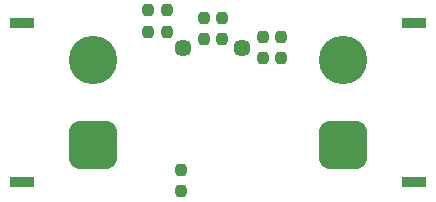
<source format=gbs>
G04 #@! TF.GenerationSoftware,KiCad,Pcbnew,8.0.1*
G04 #@! TF.CreationDate,2025-04-04T09:34:18-04:00*
G04 #@! TF.ProjectId,LVC_Custom,4c56435f-4375-4737-946f-6d2e6b696361,rev?*
G04 #@! TF.SameCoordinates,Original*
G04 #@! TF.FileFunction,Soldermask,Bot*
G04 #@! TF.FilePolarity,Negative*
%FSLAX46Y46*%
G04 Gerber Fmt 4.6, Leading zero omitted, Abs format (unit mm)*
G04 Created by KiCad (PCBNEW 8.0.1) date 2025-04-04 09:34:18*
%MOMM*%
%LPD*%
G01*
G04 APERTURE LIST*
G04 Aperture macros list*
%AMRoundRect*
0 Rectangle with rounded corners*
0 $1 Rounding radius*
0 $2 $3 $4 $5 $6 $7 $8 $9 X,Y pos of 4 corners*
0 Add a 4 corners polygon primitive as box body*
4,1,4,$2,$3,$4,$5,$6,$7,$8,$9,$2,$3,0*
0 Add four circle primitives for the rounded corners*
1,1,$1+$1,$2,$3*
1,1,$1+$1,$4,$5*
1,1,$1+$1,$6,$7*
1,1,$1+$1,$8,$9*
0 Add four rect primitives between the rounded corners*
20,1,$1+$1,$2,$3,$4,$5,0*
20,1,$1+$1,$4,$5,$6,$7,0*
20,1,$1+$1,$6,$7,$8,$9,0*
20,1,$1+$1,$8,$9,$2,$3,0*%
G04 Aperture macros list end*
%ADD10C,1.447800*%
%ADD11RoundRect,0.237500X-0.237500X0.250000X-0.237500X-0.250000X0.237500X-0.250000X0.237500X0.250000X0*%
%ADD12R,2.000000X0.900000*%
%ADD13RoundRect,1.025000X-1.025000X1.025000X-1.025000X-1.025000X1.025000X-1.025000X1.025000X1.025000X0*%
%ADD14C,4.100000*%
%ADD15RoundRect,0.237500X0.237500X-0.250000X0.237500X0.250000X-0.237500X0.250000X-0.237500X-0.250000X0*%
%ADD16RoundRect,1.025000X1.025000X-1.025000X1.025000X1.025000X-1.025000X1.025000X-1.025000X-1.025000X0*%
G04 APERTURE END LIST*
D10*
X145300000Y-109401840D03*
X140300000Y-109401840D03*
D11*
X137300000Y-106175000D03*
X137300000Y-108000000D03*
D12*
X126650000Y-107250000D03*
X126650000Y-120750000D03*
D13*
X132650000Y-117600000D03*
D14*
X132650000Y-110400000D03*
D15*
X143590000Y-108612500D03*
X143590000Y-106787500D03*
X148600000Y-110225000D03*
X148600000Y-108400000D03*
X138910000Y-108000000D03*
X138910000Y-106175000D03*
D11*
X140100000Y-119687500D03*
X140100000Y-121512500D03*
D12*
X159850000Y-120750000D03*
X159850000Y-107250000D03*
D16*
X153850000Y-117600000D03*
D14*
X153850000Y-110400000D03*
D11*
X142000000Y-106787500D03*
X142000000Y-108612500D03*
D15*
X147030000Y-110225000D03*
X147030000Y-108400000D03*
M02*

</source>
